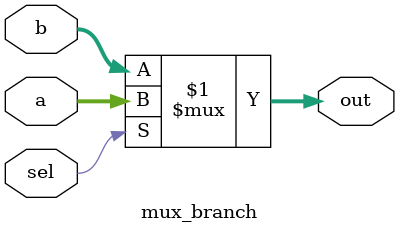
<source format=v>
module mux_branch(a,b,sel,out);

input [31:0] a,b;

input sel;

output [31:0] out;


assign out = (sel) ? a : b; 


endmodule
</source>
